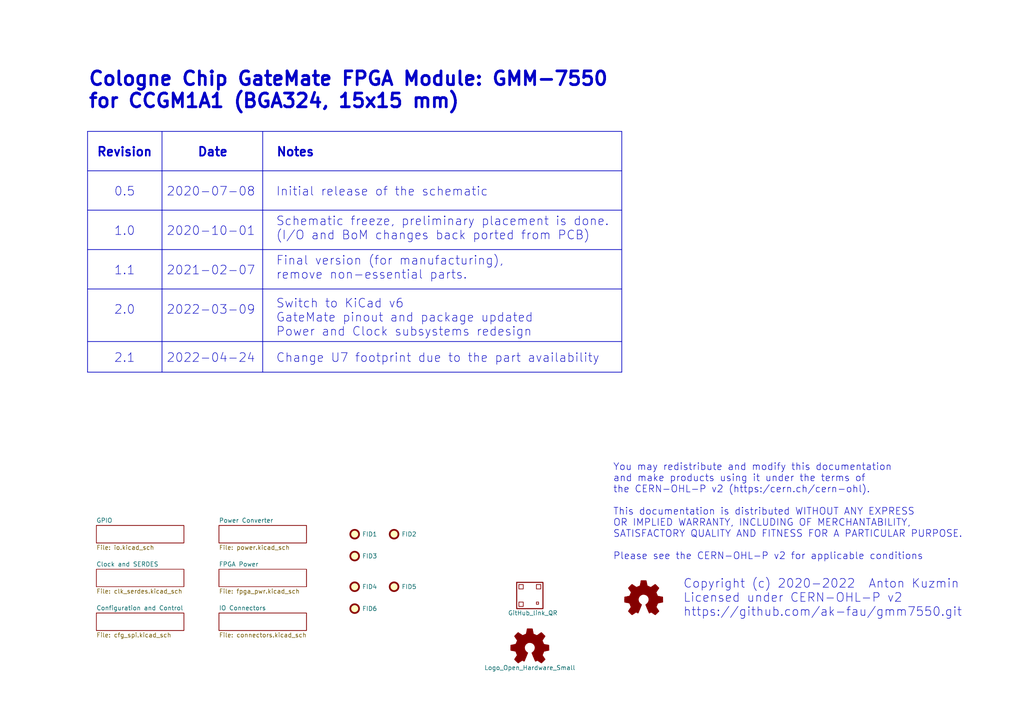
<source format=kicad_sch>
(kicad_sch (version 20211123) (generator eeschema)
  (paper "A4")
  (title_block (title "GateMate FPGA Module: GMM-7550") (date "2022-04-24") (rev "2.1"))
  (lib_symbols
    (symbol "Graphic:Logo_Open_Hardware_Small" (pin_names (offset 1.016))
      (symbol "Logo_Open_Hardware_Small_0_1"
        (polyline (pts (xy 3.3528 -4.3434) (xy 3.302 -4.318) (xy 3.175 -4.2418) (xy 2.9972 -4.1148) (xy 2.7686 -3.9624) (xy 2.54 -3.81) (xy 2.3622 -3.7084) (xy 2.2352 -3.6068) (xy 2.1844 -3.5814) (xy 2.159 -3.6068) (xy 2.0574 -3.6576) (xy 1.905 -3.7338) (xy 1.8034 -3.7846) (xy 1.6764 -3.8354) (xy 1.6002 -3.8354) (xy 1.6002 -3.8354) (xy 1.5494 -3.7338) (xy 1.4732 -3.5306) (xy 1.3462 -3.302) (xy 1.2446 -3.0226) (xy 1.1176 -2.7178) (xy 0.9652 -2.413) (xy 0.8636 -2.1082) (xy 0.7366 -1.8288) (xy 0.6604 -1.6256) (xy 0.6096 -1.4732) (xy 0.5842 -1.397) (xy 0.5842 -1.397) (xy 0.6604 -1.3208) (xy 0.7874 -1.2446) (xy 1.0414 -1.016) (xy 1.2954 -0.6858) (xy 1.4478 -0.3302) (xy 1.524 0.0762) (xy 1.4732 0.4572) (xy 1.3208 0.8128) (xy 1.0668 1.143) (xy 0.762 1.3716) (xy 0.4064 1.524) (xy 0 1.5748) (xy -0.381 1.5494) (xy -0.7366 1.397) (xy -1.0668 1.143) (xy -1.2192 0.9906) (xy -1.397 0.6604) (xy -1.524 0.3048) (xy -1.524 0.2286) (xy -1.4986 -0.1778) (xy -1.397 -0.5334) (xy -1.1938 -0.8636) (xy -0.9144 -1.143) (xy -0.8636 -1.1684) (xy -0.7366 -1.27) (xy -0.635 -1.3462) (xy -0.5842 -1.397) (xy -1.0668 -2.5908) (xy -1.143 -2.794) (xy -1.2954 -3.1242) (xy -1.397 -3.4036) (xy -1.4986 -3.6322) (xy -1.5748 -3.7846) (xy -1.6002 -3.8354) (xy -1.6002 -3.8354) (xy -1.651 -3.8354) (xy -1.7272 -3.81) (xy -1.905 -3.7338) (xy -2.0066 -3.683) (xy -2.1336 -3.6068) (xy -2.2098 -3.5814) (xy -2.2606 -3.6068) (xy -2.3622 -3.683) (xy -2.54 -3.81) (xy -2.7686 -3.9624) (xy -2.9718 -4.0894) (xy -3.1496 -4.2164) (xy -3.302 -4.318) (xy -3.3528 -4.3434) (xy -3.3782 -4.3434) (xy -3.429 -4.318) (xy -3.5306 -4.2164) (xy -3.7084 -4.064) (xy -3.937 -3.8354) (xy -3.9624 -3.81) (xy -4.1656 -3.6068) (xy -4.318 -3.4544) (xy -4.4196 -3.3274) (xy -4.445 -3.2766) (xy -4.445 -3.2766) (xy -4.4196 -3.2258) (xy -4.318 -3.0734) (xy -4.2164 -2.8956) (xy -4.064 -2.667) (xy -3.6576 -2.0828) (xy -3.8862 -1.5494) (xy -3.937 -1.3716) (xy -4.0386 -1.1684) (xy -4.0894 -1.0414) (xy -4.1148 -0.9652) (xy -4.191 -0.9398) (xy -4.318 -0.9144) (xy -4.5466 -0.8636) (xy -4.8006 -0.8128) (xy -5.0546 -0.7874) (xy -5.2578 -0.7366) (xy -5.4356 -0.7112) (xy -5.5118 -0.6858) (xy -5.5118 -0.6858) (xy -5.5372 -0.635) (xy -5.5372 -0.5588) (xy -5.5372 -0.4318) (xy -5.5626 -0.2286) (xy -5.5626 0.0762) (xy -5.5626 0.127) (xy -5.5372 0.4064) (xy -5.5372 0.635) (xy -5.5372 0.762) (xy -5.5372 0.8382) (xy -5.5372 0.8382) (xy -5.461 0.8382) (xy -5.3086 0.889) (xy -5.08 0.9144) (xy -4.826 0.9652) (xy -4.8006 0.9906) (xy -4.5466 1.0414) (xy -4.318 1.0668) (xy -4.1656 1.1176) (xy -4.0894 1.143) (xy -4.0894 1.143) (xy -4.0386 1.2446) (xy -3.9624 1.4224) (xy -3.8608 1.6256) (xy -3.7846 1.8288) (xy -3.7084 2.0066) (xy -3.6576 2.159) (xy -3.6322 2.2098) (xy -3.6322 2.2098) (xy -3.683 2.286) (xy -3.7592 2.413) (xy -3.8862 2.5908) (xy -4.064 2.8194) (xy -4.064 2.8448) (xy -4.2164 3.0734) (xy -4.3434 3.2512) (xy -4.4196 3.3782) (xy -4.445 3.4544) (xy -4.445 3.4544) (xy -4.3942 3.5052) (xy -4.2926 3.6322) (xy -4.1148 3.81) (xy -3.937 4.0132) (xy -3.8608 4.064) (xy -3.6576 4.2926) (xy -3.5052 4.4196) (xy -3.4036 4.4958) (xy -3.3528 4.5212) (xy -3.3528 4.5212) (xy -3.302 4.4704) (xy -3.1496 4.3688) (xy -2.9718 4.2418) (xy -2.7432 4.0894) (xy -2.7178 4.0894) (xy -2.4892 3.937) (xy -2.3114 3.81) (xy -2.1844 3.7084) (xy -2.1336 3.683) (xy -2.1082 3.683) (xy -2.032 3.7084) (xy -1.8542 3.7592) (xy -1.6764 3.8354) (xy -1.4732 3.937) (xy -1.27 4.0132) (xy -1.143 4.064) (xy -1.0668 4.1148) (xy -1.0668 4.1148) (xy -1.0414 4.191) (xy -1.016 4.3434) (xy -0.9652 4.572) (xy -0.9144 4.8514) (xy -0.889 4.9022) (xy -0.8382 5.1562) (xy -0.8128 5.3848) (xy -0.7874 5.5372) (xy -0.762 5.588) (xy -0.7112 5.6134) (xy -0.5842 5.6134) (xy -0.4064 5.6134) (xy -0.1524 5.6134) (xy 0.0762 5.6134) (xy 0.3302 5.6134) (xy 0.5334 5.6134) (xy 0.6858 5.588) (xy 0.7366 5.588) (xy 0.7366 5.588) (xy 0.762 5.5118) (xy 0.8128 5.334) (xy 0.8382 5.1054) (xy 0.9144 4.826) (xy 0.9144 4.7752) (xy 0.9652 4.5212) (xy 1.016 4.2926) (xy 1.0414 4.1402) (xy 1.0668 4.0894) (xy 1.0668 4.0894) (xy 1.1938 4.0386) (xy 1.3716 3.9624) (xy 1.5748 3.8608) (xy 2.0828 3.6576) (xy 2.7178 4.0894) (xy 2.7686 4.1402) (xy 2.9972 4.2926) (xy 3.175 4.4196) (xy 3.302 4.4958) (xy 3.3782 4.5212) (xy 3.3782 4.5212) (xy 3.429 4.4704) (xy 3.556 4.3434) (xy 3.7338 4.191) (xy 3.9116 3.9878) (xy 4.064 3.8354) (xy 4.2418 3.6576) (xy 4.3434 3.556) (xy 4.4196 3.4798) (xy 4.4196 3.429) (xy 4.4196 3.4036) (xy 4.3942 3.3274) (xy 4.2926 3.2004) (xy 4.1656 2.9972) (xy 4.0132 2.794) (xy 3.8862 2.5908) (xy 3.7592 2.3876) (xy 3.6576 2.2352) (xy 3.6322 2.159) (xy 3.6322 2.1336) (xy 3.683 2.0066) (xy 3.7592 1.8288) (xy 3.8608 1.6002) (xy 4.064 1.1176) (xy 4.3942 1.0414) (xy 4.5974 1.016) (xy 4.8768 0.9652) (xy 5.1308 0.9144) (xy 5.5372 0.8382) (xy 5.5626 -0.6604) (xy 5.4864 -0.6858) (xy 5.4356 -0.6858) (xy 5.2832 -0.7366) (xy 5.0546 -0.762) (xy 4.8006 -0.8128) (xy 4.5974 -0.8636) (xy 4.3688 -0.9144) (xy 4.2164 -0.9398) (xy 4.1402 -0.9398) (xy 4.1148 -0.9652) (xy 4.064 -1.0668) (xy 3.9878 -1.2446) (xy 3.9116 -1.4478) (xy 3.81 -1.651) (xy 3.7338 -1.8542) (xy 3.683 -2.0066) (xy 3.6576 -2.0828) (xy 3.683 -2.1336) (xy 3.7846 -2.2606) (xy 3.8862 -2.4638) (xy 4.0386 -2.667) (xy 4.191 -2.8956) (xy 4.318 -3.0734) (xy 4.3942 -3.2004) (xy 4.445 -3.2766) (xy 4.4196 -3.3274) (xy 4.3434 -3.429) (xy 4.1656 -3.5814) (xy 3.937 -3.8354) (xy 3.8862 -3.8608) (xy 3.683 -4.064) (xy 3.5306 -4.2164) (xy 3.4036 -4.318) (xy 3.3528 -4.3434)) (fill (type outline)))
      )
    )
    (symbol "Logo_Open_Hardware_Small_1" (pin_names (offset 1.016)) (in_bom no)
      (symbol "Logo_Open_Hardware_Small_1_0_1"
        (polyline (pts (xy 3.3528 -4.3434) (xy 3.302 -4.318) (xy 3.175 -4.2418) (xy 2.9972 -4.1148) (xy 2.7686 -3.9624) (xy 2.54 -3.81) (xy 2.3622 -3.7084) (xy 2.2352 -3.6068) (xy 2.1844 -3.5814) (xy 2.159 -3.6068) (xy 2.0574 -3.6576) (xy 1.905 -3.7338) (xy 1.8034 -3.7846) (xy 1.6764 -3.8354) (xy 1.6002 -3.8354) (xy 1.6002 -3.8354) (xy 1.5494 -3.7338) (xy 1.4732 -3.5306) (xy 1.3462 -3.302) (xy 1.2446 -3.0226) (xy 1.1176 -2.7178) (xy 0.9652 -2.413) (xy 0.8636 -2.1082) (xy 0.7366 -1.8288) (xy 0.6604 -1.6256) (xy 0.6096 -1.4732) (xy 0.5842 -1.397) (xy 0.5842 -1.397) (xy 0.6604 -1.3208) (xy 0.7874 -1.2446) (xy 1.0414 -1.016) (xy 1.2954 -0.6858) (xy 1.4478 -0.3302) (xy 1.524 0.0762) (xy 1.4732 0.4572) (xy 1.3208 0.8128) (xy 1.0668 1.143) (xy 0.762 1.3716) (xy 0.4064 1.524) (xy 0 1.5748) (xy -0.381 1.5494) (xy -0.7366 1.397) (xy -1.0668 1.143) (xy -1.2192 0.9906) (xy -1.397 0.6604) (xy -1.524 0.3048) (xy -1.524 0.2286) (xy -1.4986 -0.1778) (xy -1.397 -0.5334) (xy -1.1938 -0.8636) (xy -0.9144 -1.143) (xy -0.8636 -1.1684) (xy -0.7366 -1.27) (xy -0.635 -1.3462) (xy -0.5842 -1.397) (xy -1.0668 -2.5908) (xy -1.143 -2.794) (xy -1.2954 -3.1242) (xy -1.397 -3.4036) (xy -1.4986 -3.6322) (xy -1.5748 -3.7846) (xy -1.6002 -3.8354) (xy -1.6002 -3.8354) (xy -1.651 -3.8354) (xy -1.7272 -3.81) (xy -1.905 -3.7338) (xy -2.0066 -3.683) (xy -2.1336 -3.6068) (xy -2.2098 -3.5814) (xy -2.2606 -3.6068) (xy -2.3622 -3.683) (xy -2.54 -3.81) (xy -2.7686 -3.9624) (xy -2.9718 -4.0894) (xy -3.1496 -4.2164) (xy -3.302 -4.318) (xy -3.3528 -4.3434) (xy -3.3782 -4.3434) (xy -3.429 -4.318) (xy -3.5306 -4.2164) (xy -3.7084 -4.064) (xy -3.937 -3.8354) (xy -3.9624 -3.81) (xy -4.1656 -3.6068) (xy -4.318 -3.4544) (xy -4.4196 -3.3274) (xy -4.445 -3.2766) (xy -4.445 -3.2766) (xy -4.4196 -3.2258) (xy -4.318 -3.0734) (xy -4.2164 -2.8956) (xy -4.064 -2.667) (xy -3.6576 -2.0828) (xy -3.8862 -1.5494) (xy -3.937 -1.3716) (xy -4.0386 -1.1684) (xy -4.0894 -1.0414) (xy -4.1148 -0.9652) (xy -4.191 -0.9398) (xy -4.318 -0.9144) (xy -4.5466 -0.8636) (xy -4.8006 -0.8128) (xy -5.0546 -0.7874) (xy -5.2578 -0.7366) (xy -5.4356 -0.7112) (xy -5.5118 -0.6858) (xy -5.5118 -0.6858) (xy -5.5372 -0.635) (xy -5.5372 -0.5588) (xy -5.5372 -0.4318) (xy -5.5626 -0.2286) (xy -5.5626 0.0762) (xy -5.5626 0.127) (xy -5.5372 0.4064) (xy -5.5372 0.635) (xy -5.5372 0.762) (xy -5.5372 0.8382) (xy -5.5372 0.8382) (xy -5.461 0.8382) (xy -5.3086 0.889) (xy -5.08 0.9144) (xy -4.826 0.9652) (xy -4.8006 0.9906) (xy -4.5466 1.0414) (xy -4.318 1.0668) (xy -4.1656 1.1176) (xy -4.0894 1.143) (xy -4.0894 1.143) (xy -4.0386 1.2446) (xy -3.9624 1.4224) (xy -3.8608 1.6256) (xy -3.7846 1.8288) (xy -3.7084 2.0066) (xy -3.6576 2.159) (xy -3.6322 2.2098) (xy -3.6322 2.2098) (xy -3.683 2.286) (xy -3.7592 2.413) (xy -3.8862 2.5908) (xy -4.064 2.8194) (xy -4.064 2.8448) (xy -4.2164 3.0734) (xy -4.3434 3.2512) (xy -4.4196 3.3782) (xy -4.445 3.4544) (xy -4.445 3.4544) (xy -4.3942 3.5052) (xy -4.2926 3.6322) (xy -4.1148 3.81) (xy -3.937 4.0132) (xy -3.8608 4.064) (xy -3.6576 4.2926) (xy -3.5052 4.4196) (xy -3.4036 4.4958) (xy -3.3528 4.5212) (xy -3.3528 4.5212) (xy -3.302 4.4704) (xy -3.1496 4.3688) (xy -2.9718 4.2418) (xy -2.7432 4.0894) (xy -2.7178 4.0894) (xy -2.4892 3.937) (xy -2.3114 3.81) (xy -2.1844 3.7084) (xy -2.1336 3.683) (xy -2.1082 3.683) (xy -2.032 3.7084) (xy -1.8542 3.7592) (xy -1.6764 3.8354) (xy -1.4732 3.937) (xy -1.27 4.0132) (xy -1.143 4.064) (xy -1.0668 4.1148) (xy -1.0668 4.1148) (xy -1.0414 4.191) (xy -1.016 4.3434) (xy -0.9652 4.572) (xy -0.9144 4.8514) (xy -0.889 4.9022) (xy -0.8382 5.1562) (xy -0.8128 5.3848) (xy -0.7874 5.5372) (xy -0.762 5.588) (xy -0.7112 5.6134) (xy -0.5842 5.6134) (xy -0.4064 5.6134) (xy -0.1524 5.6134) (xy 0.0762 5.6134) (xy 0.3302 5.6134) (xy 0.5334 5.6134) (xy 0.6858 5.588) (xy 0.7366 5.588) (xy 0.7366 5.588) (xy 0.762 5.5118) (xy 0.8128 5.334) (xy 0.8382 5.1054) (xy 0.9144 4.826) (xy 0.9144 4.7752) (xy 0.9652 4.5212) (xy 1.016 4.2926) (xy 1.0414 4.1402) (xy 1.0668 4.0894) (xy 1.0668 4.0894) (xy 1.1938 4.0386) (xy 1.3716 3.9624) (xy 1.5748 3.8608) (xy 2.0828 3.6576) (xy 2.7178 4.0894) (xy 2.7686 4.1402) (xy 2.9972 4.2926) (xy 3.175 4.4196) (xy 3.302 4.4958) (xy 3.3782 4.5212) (xy 3.3782 4.5212) (xy 3.429 4.4704) (xy 3.556 4.3434) (xy 3.7338 4.191) (xy 3.9116 3.9878) (xy 4.064 3.8354) (xy 4.2418 3.6576) (xy 4.3434 3.556) (xy 4.4196 3.4798) (xy 4.4196 3.429) (xy 4.4196 3.4036) (xy 4.3942 3.3274) (xy 4.2926 3.2004) (xy 4.1656 2.9972) (xy 4.0132 2.794) (xy 3.8862 2.5908) (xy 3.7592 2.3876) (xy 3.6576 2.2352) (xy 3.6322 2.159) (xy 3.6322 2.1336) (xy 3.683 2.0066) (xy 3.7592 1.8288) (xy 3.8608 1.6002) (xy 4.064 1.1176) (xy 4.3942 1.0414) (xy 4.5974 1.016) (xy 4.8768 0.9652) (xy 5.1308 0.9144) (xy 5.5372 0.8382) (xy 5.5626 -0.6604) (xy 5.4864 -0.6858) (xy 5.4356 -0.6858) (xy 5.2832 -0.7366) (xy 5.0546 -0.762) (xy 4.8006 -0.8128) (xy 4.5974 -0.8636) (xy 4.3688 -0.9144) (xy 4.2164 -0.9398) (xy 4.1402 -0.9398) (xy 4.1148 -0.9652) (xy 4.064 -1.0668) (xy 3.9878 -1.2446) (xy 3.9116 -1.4478) (xy 3.81 -1.651) (xy 3.7338 -1.8542) (xy 3.683 -2.0066) (xy 3.6576 -2.0828) (xy 3.683 -2.1336) (xy 3.7846 -2.2606) (xy 3.8862 -2.4638) (xy 4.0386 -2.667) (xy 4.191 -2.8956) (xy 4.318 -3.0734) (xy 4.3942 -3.2004) (xy 4.445 -3.2766) (xy 4.4196 -3.3274) (xy 4.3434 -3.429) (xy 4.1656 -3.5814) (xy 3.937 -3.8354) (xy 3.8862 -3.8608) (xy 3.683 -4.064) (xy 3.5306 -4.2164) (xy 3.4036 -4.318) (xy 3.3528 -4.3434)) (fill (type outline)))
      )
    )
    (symbol "Mechanical:Fiducial"
      (property "Reference" "FID" (at 0 5.08 0))
      (property "Value" "Mechanical_Fiducial" (at 0 3.175 0))
      (symbol "Fiducial_0_1"
        (circle (center 0 0) (radius 1.27) (stroke (width 0.508)) (fill (type background)))
      )
    )
    (symbol "gmm_v6:GitHub_link_QR" (in_bom no)
      (property "Value" "GitHub_link_QR" (at 0 -5.08 0))
      (symbol "GitHub_link_QR_0_1"
        (rectangle (start -3.81 3.81) (end 3.81 -3.81) (stroke (width 0.3)))
        (rectangle (start -3.175 -1.905) (end -1.905 -3.175) (stroke (width 0.2)))
        (rectangle (start -3.175 3.175) (end -1.905 1.905) (stroke (width 0.2)))
        (rectangle (start 1.905 -1.905) (end 2.54 -2.54) (stroke (width 0.2)))
        (rectangle (start 1.905 3.175) (end 3.175 1.905) (stroke (width 0.2)))
      )
    )
  )
  (polyline (pts (xy 25.4 72.39) (xy 180.34 72.39)) (stroke (width 0.2032) (type solid)))
  (polyline (pts (xy 25.4 99.06) (xy 180.34 99.06)) (stroke (width 0.2032) (type solid)))
  (polyline (pts (xy 25.4 83.82) (xy 180.34 83.82)) (stroke (width 0.2032) (type solid)))
  (polyline (pts (xy 180.34 38.1) (xy 180.34 107.95)) (stroke (width 0.2032) (type solid)))
  (polyline (pts (xy 46.99 38.1) (xy 46.99 107.95)) (stroke (width 0.2032) (type solid)))
  (polyline (pts (xy 25.4 60.96) (xy 180.34 60.96)) (stroke (width 0.2032) (type solid)))
  (polyline (pts (xy 25.4 38.1) (xy 180.34 38.1)) (stroke (width 0.2032) (type solid)))
  (polyline (pts (xy 76.2 38.1) (xy 76.2 107.95)) (stroke (width 0.2032) (type solid)))
  (polyline (pts (xy 25.4 49.53) (xy 180.34 49.53)) (stroke (width 0.2032) (type solid)))
  (polyline (pts (xy 25.4 38.1) (xy 25.4 107.95)) (stroke (width 0.2032) (type solid)))
  (polyline (pts (xy 25.4 107.95) (xy 180.34 107.95)) (stroke (width 0.2032) (type solid)))
  (text "Revision" (at 27.94 45.72 0) (effects (font (size 2.54 2.54) (thickness 0.508) bold) (justify left bottom)))
  (text "Initial release of the schematic" (at 80.01 57.15 0) (effects (font (size 2.54 2.54)) (justify left bottom)))
  (text "1.1" (at 33.02 80.01 0) (effects (font (size 2.54 2.54)) (justify left bottom)))
  (text "0.5" (at 33.02 57.15 0) (effects (font (size 2.54 2.54)) (justify left bottom)))
  (text "2020-07-08" (at 48.26 57.15 0) (effects (font (size 2.54 2.54)) (justify left bottom)))
  (text "Final version (for manufacturing),\nremove non-essential parts." (at 80.01 81.28 0) (effects (font (size 2.54 2.54)) (justify left bottom)))
  (text "2022-04-24" (at 48.26 105.41 0) (effects (font (size 2.54 2.54)) (justify left bottom)))
  (text "Notes" (at 80.01 45.72 0) (effects (font (size 2.54 2.54) (thickness 0.508) bold) (justify left bottom)))
  (text "You may redistribute and modify this documentation\nand make products using it under the terms of\nthe CERN-OHL-P v2 (https:/cern.ch/cern-ohl).\n\nThis documentation is distributed WITHOUT ANY EXPRESS\nOR IMPLIED WARRANTY, INCLUDING OF MERCHANTABILITY,\nSATISFACTORY QUALITY AND FITNESS FOR A PARTICULAR PURPOSE.\n\nPlease see the CERN-OHL-P v2 for applicable conditions" (at 177.8 162.56 0) (effects (font (size 2.0066 2.0066)) (justify left bottom)))
  (text "2020-10-01" (at 48.26 68.58 0) (effects (font (size 2.54 2.54)) (justify left bottom)))
  (text "2021-02-07" (at 48.26 80.01 0) (effects (font (size 2.54 2.54)) (justify left bottom)))
  (text "Copyright (c) 2020-2022  Anton Kuzmin\nLicensed under CERN-OHL-P v2\nhttps://github.com/ak-fau/gmm7550.git" (at 198.12 179.07 0) (effects (font (size 2.54 2.54)) (justify left bottom)))
  (text "Switch to KiCad v6\nGateMate pinout and package updated\nPower and Clock subsystems redesign\n" (at 80.01 97.79 0) (effects (font (size 2.54 2.54)) (justify left bottom)))
  (text "Change U7 footprint due to the part availability" (at 80.01 105.41 0) (effects (font (size 2.54 2.54)) (justify left bottom)))
  (text "Cologne Chip GateMate FPGA Module: GMM-7550\nfor CCGM1A1 (BGA324, 15x15 mm)" (at 25.4 31.75 0) (effects (font (size 3.9878 3.9878) (thickness 0.7976) bold) (justify left bottom)))
  (text "2.1" (at 33.02 105.41 0) (effects (font (size 2.54 2.54)) (justify left bottom)))
  (text "2.0" (at 33.02 91.44 0) (effects (font (size 2.54 2.54)) (justify left bottom)))
  (text "2022-03-09" (at 48.26 91.44 0) (effects (font (size 2.54 2.54)) (justify left bottom)))
  (text "1.0" (at 33.02 68.58 0) (effects (font (size 2.54 2.54)) (justify left bottom)))
  (text "Schematic freeze, preliminary placement is done.\n(I/O and BoM changes back ported from PCB)" (at 80.01 69.85 0) (effects (font (size 2.54 2.54)) (justify left bottom)))
  (text "Date" (at 57.15 45.72 0) (effects (font (size 2.54 2.54) (thickness 0.508) bold) (justify left bottom)))
  (symbol (lib_id "Mechanical:Fiducial") (at 102.87 154.94 0) (unit 1)
    (property "Reference" "FID1" (at 105.029 154.94 0) (effects (justify left)))
    (property "Value" "Fiducial" (effects hide))
    (property "Footprint" "Fiducial:Fiducial_0.75mm_Mask1.5mm" (effects hide))
  )
  (symbol (lib_id "Mechanical:Fiducial") (at 114.3 154.94 0) (unit 1)
    (property "Reference" "FID2" (at 116.459 154.94 0) (effects (justify left)))
    (property "Value" "Fiducial" (effects hide))
    (property "Footprint" "Fiducial:Fiducial_0.75mm_Mask1.5mm" (effects hide))
  )
  (symbol (lib_id "Mechanical:Fiducial") (at 102.87 161.29 0) (unit 1)
    (property "Reference" "FID3" (at 105.029 161.29 0) (effects (justify left)))
    (property "Value" "Fiducial" (effects hide))
    (property "Footprint" "Fiducial:Fiducial_0.75mm_Mask1.5mm" (effects hide))
  )
  (symbol (lib_id "Mechanical:Fiducial") (at 102.87 170.18 0) (unit 1)
    (property "Reference" "FID4" (at 105.029 170.18 0) (effects (justify left)))
    (property "Value" "Fiducial" (effects hide))
    (property "Footprint" "Fiducial:Fiducial_0.75mm_Mask1.5mm" (effects hide))
  )
  (symbol (lib_id "Mechanical:Fiducial") (at 114.3 170.18 0) (unit 1)
    (property "Reference" "FID5" (at 116.459 170.18 0) (effects (justify left)))
    (property "Value" "Fiducial" (effects hide))
    (property "Footprint" "Fiducial:Fiducial_0.75mm_Mask1.5mm" (effects hide))
  )
  (symbol (lib_id "Mechanical:Fiducial") (at 102.87 176.53 0) (unit 1)
    (property "Reference" "FID6" (at 105.029 176.53 0) (effects (justify left)))
    (property "Value" "Fiducial" (effects hide))
    (property "Footprint" "Fiducial:Fiducial_0.75mm_Mask1.5mm" (effects hide))
  )
  (symbol (lib_id "Graphic:Logo_Open_Hardware_Small") (at 186.69 173.99 0) (unit 1)
    (property "Reference" "#LOGO1" (effects hide))
    (property "Value" "Logo_Open_Hardware_Small" (effects hide))
  )
  (symbol (lib_id "gmm_v6:GitHub_link_QR") (at 153.67 172.72 0) (unit 1) (in_bom no)
    (property "Reference" "QR1" (effects hide))
    (property "Value" "GitHub_link_QR" (at 147.32 177.8 0) (effects (justify left)))
    (property "Footprint" "gmm:GitHub_link_QR" (effects hide))
  )
  (symbol (lib_name "Logo_Open_Hardware_Small_1") (lib_id "Graphic:Logo_Open_Hardware_Small") (at 153.67 187.96 0) (unit 1) (in_bom no)
    (property "Reference" "LOGO1" (effects hide))
    (property "Value" "Logo_Open_Hardware_Small" (at 153.67 193.675 0))
    (property "Footprint" "Symbol:OSHW-Logo2_7.3x6mm_SilkScreen" (effects hide))
  )
  (sheet (at 27.94 165.1) (size 25.4 5.08)
    (property "Sheet name" "Clock and SERDES" (at 27.94 164.3884 0) (effects (justify left bottom)))
    (property "Sheet file" "clk_serdes.kicad_sch" (at 27.94 170.7646 0) (effects (justify left top)))
  )
  (sheet (at 27.94 152.4) (size 25.4 5.08)
    (property "Sheet name" "GPIO" (at 27.94 151.6884 0) (effects (justify left bottom)))
    (property "Sheet file" "io.kicad_sch" (at 27.94 158.0646 0) (effects (justify left top)))
  )
  (sheet (at 27.94 177.8) (size 25.4 5.08)
    (property "Sheet name" "Configuration and Control" (at 27.94 177.0884 0) (effects (justify left bottom)))
    (property "Sheet file" "cfg_spi.kicad_sch" (at 27.94 183.4646 0) (effects (justify left top)))
  )
  (sheet (at 63.5 152.4) (size 25.4 5.08)
    (property "Sheet name" "Power Converter" (at 63.5 151.6884 0) (effects (justify left bottom)))
    (property "Sheet file" "power.kicad_sch" (at 63.5 158.0646 0) (effects (justify left top)))
  )
  (sheet (at 63.5 165.1) (size 25.4 5.08)
    (property "Sheet name" "FPGA Power" (at 63.5 164.3884 0) (effects (justify left bottom)))
    (property "Sheet file" "fpga_pwr.kicad_sch" (at 63.5 170.7646 0) (effects (justify left top)))
  )
  (sheet (at 63.5 177.8) (size 25.4 5.08)
    (property "Sheet name" "IO Connectors" (at 63.5 177.0884 0) (effects (justify left bottom)))
    (property "Sheet file" "connectors.kicad_sch" (at 63.5 183.4646 0) (effects (justify left top)))
  )
)
</source>
